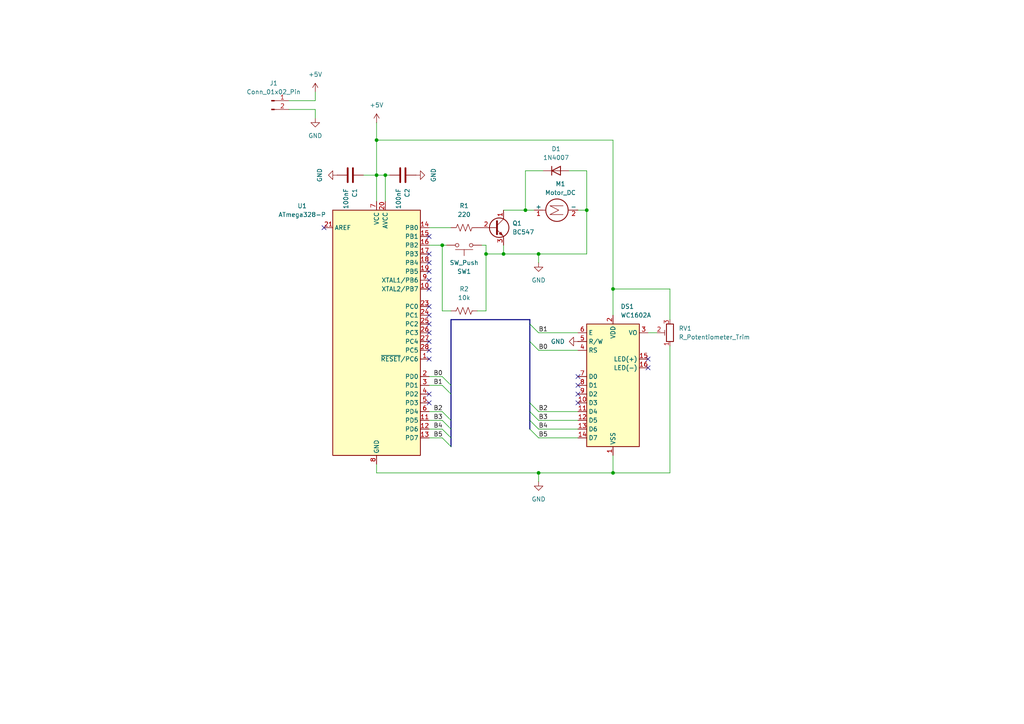
<source format=kicad_sch>
(kicad_sch (version 20231120) (generator "eeschema") (generator_version "8.0")
  (paper "A4")
  (lib_symbols
    (symbol "Connector:Conn_01x02_Pin" (pin_names (offset 1.016) hide)
      (property "Reference" "J" (at 0 2.54 0))
      (property "Value" "Conn_01x02_Pin" (at 0 -5.08 0))
      (symbol "Conn_01x02_Pin_1_1"
        (polyline (pts (xy 1.27 -2.54) (xy 0.8636 -2.54)) (stroke (width 0.1524)))
        (polyline (pts (xy 1.27 0) (xy 0.8636 0)) (stroke (width 0.1524)))
        (rectangle (start 0.8636 -2.413) (end 0 -2.667) (stroke (width 0.1524)) (fill (type outline)))
        (rectangle (start 0.8636 0.127) (end 0 -0.127) (stroke (width 0.1524)) (fill (type outline)))
        (pin passive line (at 5.08 0 180) (length 3.81) (name "Pin_1") (number "1"))
        (pin passive line (at 5.08 -2.54 180) (length 3.81) (name "Pin_2") (number "2"))
      )
    )
    (symbol "Device:C" (pin_numbers hide) (pin_names (offset 0.254))
      (property "Reference" "C" (at 0.635 2.54 0))
      (property "Value" "C" (at 0.635 -2.54 0))
      (symbol "C_0_1"
        (polyline (pts (xy -2.032 -0.762) (xy 2.032 -0.762)) (stroke (width 0.508)))
        (polyline (pts (xy -2.032 0.762) (xy 2.032 0.762)) (stroke (width 0.508)))
      )
      (symbol "C_1_1"
        (pin passive line (at 0 3.81 270) (length 2.794) (name "~") (number "1"))
        (pin passive line (at 0 -3.81 90) (length 2.794) (name "~") (number "2"))
      )
    )
    (symbol "Device:R_Potentiometer_Trim" (pin_names (offset 1.016) hide)
      (property "Reference" "RV" (at -4.445 0 90))
      (property "Value" "R_Potentiometer_Trim" (at -2.54 0 90))
      (symbol "R_Potentiometer_Trim_0_1"
        (polyline (pts (xy 1.524 0.762) (xy 1.524 -0.762)))
        (polyline (pts (xy 2.54 0) (xy 1.524 0)))
        (rectangle (start 1.016 2.54) (end -1.016 -2.54) (stroke (width 0.254)))
      )
      (symbol "R_Potentiometer_Trim_1_1"
        (pin passive line (at 0 3.81 270) (length 1.27) (name "1") (number "1"))
        (pin passive line (at 3.81 0 180) (length 1.27) (name "2") (number "2"))
        (pin passive line (at 0 -3.81 90) (length 1.27) (name "3") (number "3"))
      )
    )
    (symbol "Device:R_US" (pin_numbers hide) (pin_names (offset 0))
      (property "Reference" "R" (at 2.54 0 90))
      (property "Value" "R_US" (at -2.54 0 90))
      (symbol "R_US_0_1"
        (polyline (pts (xy 0 -2.286) (xy 0 -2.54)))
        (polyline (pts (xy 0 2.286) (xy 0 2.54)))
        (polyline (pts (xy 0 -0.762) (xy 1.016 -1.143) (xy 0 -1.524) (xy -1.016 -1.905) (xy 0 -2.286)))
        (polyline (pts (xy 0 0.762) (xy 1.016 0.381) (xy 0 0) (xy -1.016 -0.381) (xy 0 -0.762)))
        (polyline (pts (xy 0 2.286) (xy 1.016 1.905) (xy 0 1.524) (xy -1.016 1.143) (xy 0 0.762)))
      )
      (symbol "R_US_1_1"
        (pin passive line (at 0 3.81 270) (length 1.27) (name "~") (number "1"))
        (pin passive line (at 0 -3.81 90) (length 1.27) (name "~") (number "2"))
      )
    )
    (symbol "Diode:1N4007" (pin_numbers hide) (pin_names hide)
      (property "Reference" "D" (at 0 2.54 0))
      (property "Value" "1N4007" (at 0 -2.54 0))
      (symbol "1N4007_0_1"
        (polyline (pts (xy -1.27 1.27) (xy -1.27 -1.27)) (stroke (width 0.254)))
        (polyline (pts (xy 1.27 0) (xy -1.27 0)))
        (polyline (pts (xy 1.27 1.27) (xy 1.27 -1.27) (xy -1.27 0) (xy 1.27 1.27)) (stroke (width 0.254)))
      )
      (symbol "1N4007_1_1"
        (pin passive line (at -3.81 0 0) (length 2.54) (name "K") (number "1"))
        (pin passive line (at 3.81 0 180) (length 2.54) (name "A") (number "2"))
      )
    )
    (symbol "Display_Character:WC1602A"
      (property "Reference" "DS" (at -5.842 19.05 0))
      (property "Value" "WC1602A" (at 5.334 19.05 0))
      (symbol "WC1602A_1_1"
        (rectangle (start -7.62 17.78) (end 7.62 -17.78) (stroke (width 0.254)) (fill (type background)))
        (pin power_in line (at 0 -20.32 90) (length 2.54) (name "VSS") (number "1"))
        (pin input line (at -10.16 -5.08 0) (length 2.54) (name "D3") (number "10"))
        (pin input line (at -10.16 -7.62 0) (length 2.54) (name "D4") (number "11"))
        (pin input line (at -10.16 -10.16 0) (length 2.54) (name "D5") (number "12"))
        (pin input line (at -10.16 -12.7 0) (length 2.54) (name "D6") (number "13"))
        (pin input line (at -10.16 -15.24 0) (length 2.54) (name "D7") (number "14"))
        (pin power_in line (at 10.16 7.62 180) (length 2.54) (name "LED(+)") (number "15"))
        (pin power_in line (at 10.16 5.08 180) (length 2.54) (name "LED(-)") (number "16"))
        (pin power_in line (at 0 20.32 270) (length 2.54) (name "VDD") (number "2"))
        (pin input line (at 10.16 15.24 180) (length 2.54) (name "VO") (number "3"))
        (pin input line (at -10.16 10.16 0) (length 2.54) (name "RS") (number "4"))
        (pin input line (at -10.16 12.7 0) (length 2.54) (name "R/W") (number "5"))
        (pin input line (at -10.16 15.24 0) (length 2.54) (name "E") (number "6"))
        (pin input line (at -10.16 2.54 0) (length 2.54) (name "D0") (number "7"))
        (pin input line (at -10.16 0 0) (length 2.54) (name "D1") (number "8"))
        (pin input line (at -10.16 -2.54 0) (length 2.54) (name "D2") (number "9"))
      )
    )
    (symbol "MCU_Microchip_ATmega:ATmega328-P"
      (property "Reference" "U" (at -12.7 36.83 0))
      (property "Value" "ATmega328-P" (at 2.54 -36.83 0))
      (symbol "ATmega328-P_0_1"
        (rectangle (start -12.7 -35.56) (end 12.7 35.56) (stroke (width 0.254)) (fill (type background)))
      )
      (symbol "ATmega328-P_1_1"
        (pin bidirectional line (at 15.24 -7.62 180) (length 2.54) (name "~{RESET}/PC6") (number "1"))
        (pin bidirectional line (at 15.24 12.7 180) (length 2.54) (name "XTAL2/PB7") (number "10"))
        (pin bidirectional line (at 15.24 -25.4 180) (length 2.54) (name "PD5") (number "11"))
        (pin bidirectional line (at 15.24 -27.94 180) (length 2.54) (name "PD6") (number "12"))
        (pin bidirectional line (at 15.24 -30.48 180) (length 2.54) (name "PD7") (number "13"))
        (pin bidirectional line (at 15.24 30.48 180) (length 2.54) (name "PB0") (number "14"))
        (pin bidirectional line (at 15.24 27.94 180) (length 2.54) (name "PB1") (number "15"))
        (pin bidirectional line (at 15.24 25.4 180) (length 2.54) (name "PB2") (number "16"))
        (pin bidirectional line (at 15.24 22.86 180) (length 2.54) (name "PB3") (number "17"))
        (pin bidirectional line (at 15.24 20.32 180) (length 2.54) (name "PB4") (number "18"))
        (pin bidirectional line (at 15.24 17.78 180) (length 2.54) (name "PB5") (number "19"))
        (pin bidirectional line (at 15.24 -12.7 180) (length 2.54) (name "PD0") (number "2"))
        (pin power_in line (at 2.54 38.1 270) (length 2.54) (name "AVCC") (number "20"))
        (pin passive line (at -15.24 30.48 0) (length 2.54) (name "AREF") (number "21"))
        (pin passive line (at 0 -38.1 90) (length 2.54) hide (name "GND") (number "22"))
        (pin bidirectional line (at 15.24 7.62 180) (length 2.54) (name "PC0") (number "23"))
        (pin bidirectional line (at 15.24 5.08 180) (length 2.54) (name "PC1") (number "24"))
        (pin bidirectional line (at 15.24 2.54 180) (length 2.54) (name "PC2") (number "25"))
        (pin bidirectional line (at 15.24 0 180) (length 2.54) (name "PC3") (number "26"))
        (pin bidirectional line (at 15.24 -2.54 180) (length 2.54) (name "PC4") (number "27"))
        (pin bidirectional line (at 15.24 -5.08 180) (length 2.54) (name "PC5") (number "28"))
        (pin bidirectional line (at 15.24 -15.24 180) (length 2.54) (name "PD1") (number "3"))
        (pin bidirectional line (at 15.24 -17.78 180) (length 2.54) (name "PD2") (number "4"))
        (pin bidirectional line (at 15.24 -20.32 180) (length 2.54) (name "PD3") (number "5"))
        (pin bidirectional line (at 15.24 -22.86 180) (length 2.54) (name "PD4") (number "6"))
        (pin power_in line (at 0 38.1 270) (length 2.54) (name "VCC") (number "7"))
        (pin power_in line (at 0 -38.1 90) (length 2.54) (name "GND") (number "8"))
        (pin bidirectional line (at 15.24 15.24 180) (length 2.54) (name "XTAL1/PB6") (number "9"))
      )
    )
    (symbol "Motor:Motor_DC" (pin_names (offset 0))
      (property "Reference" "M" (at 2.54 2.54 0))
      (property "Value" "Motor_DC" (at 2.54 -5.08 0))
      (symbol "Motor_DC_0_0"
        (polyline (pts (xy -1.27 -3.302) (xy -1.27 0.508) (xy 0 -2.032) (xy 1.27 0.508) (xy 1.27 -3.302)))
      )
      (symbol "Motor_DC_0_1"
        (circle (center 0 -1.524) (radius 3.2512) (stroke (width 0.254)))
        (polyline (pts (xy 0 -7.62) (xy 0 -7.112)))
        (polyline (pts (xy 0 -4.7752) (xy 0 -5.1816)))
        (polyline (pts (xy 0 1.7272) (xy 0 2.0828)))
        (polyline (pts (xy 0 2.032) (xy 0 2.54)))
      )
      (symbol "Motor_DC_1_1"
        (pin passive line (at 0 5.08 270) (length 2.54) (name "+") (number "1"))
        (pin passive line (at 0 -7.62 90) (length 2.54) (name "-") (number "2"))
      )
    )
    (symbol "Switch:SW_Push" (pin_numbers hide) (pin_names (offset 1.016) hide)
      (property "Reference" "SW" (at 1.27 2.54 0))
      (property "Value" "SW_Push" (at 0 -1.524 0))
      (symbol "SW_Push_0_1"
        (circle (center -2.032 0) (radius 0.508))
        (polyline (pts (xy 0 1.27) (xy 0 3.048)))
        (polyline (pts (xy 2.54 1.27) (xy -2.54 1.27)))
        (circle (center 2.032 0) (radius 0.508))
        (pin passive line (at -5.08 0 0) (length 2.54) (name "1") (number "1"))
        (pin passive line (at 5.08 0 180) (length 2.54) (name "2") (number "2"))
      )
    )
    (symbol "Transistor_BJT:BC547" (pin_names (offset 0) hide)
      (property "Reference" "Q" (at 5.08 1.905 0))
      (property "Value" "BC547" (at 5.08 0 0))
      (symbol "BC547_0_1"
        (polyline (pts (xy 0 0) (xy 0.635 0)))
        (polyline (pts (xy 0.635 0.635) (xy 2.54 2.54)))
        (polyline (pts (xy 0.635 -0.635) (xy 2.54 -2.54) (xy 2.54 -2.54)))
        (polyline (pts (xy 0.635 1.905) (xy 0.635 -1.905) (xy 0.635 -1.905)) (stroke (width 0.508)))
        (polyline (pts (xy 1.27 -1.778) (xy 1.778 -1.27) (xy 2.286 -2.286) (xy 1.27 -1.778) (xy 1.27 -1.778)) (fill (type outline)))
        (circle (center 1.27 0) (radius 2.8194) (stroke (width 0.254)))
      )
      (symbol "BC547_1_1"
        (pin passive line (at 2.54 5.08 270) (length 2.54) (name "C") (number "1"))
        (pin input line (at -5.08 0 0) (length 5.08) (name "B") (number "2"))
        (pin passive line (at 2.54 -5.08 90) (length 2.54) (name "E") (number "3"))
      )
    )
    (symbol "power:GND" (power) (pin_numbers hide) (pin_names (offset 0) hide)
      (property "Value" "GND" (at 0 -3.81 0))
      (symbol "GND_0_1"
        (polyline (pts (xy 0 0) (xy 0 -1.27) (xy 1.27 -1.27) (xy 0 -2.54) (xy -1.27 -1.27) (xy 0 -1.27)))
      )
      (symbol "GND_1_1"
        (pin power_in line (at 0 0 270) (length 0) (name "~") (number "1"))
      )
    )
    (symbol "power:VCC" (power) (pin_numbers hide) (pin_names (offset 0) hide)
      (property "Value" "VCC" (at 0 3.556 0))
      (symbol "VCC_0_1"
        (polyline (pts (xy -0.762 1.27) (xy 0 2.54)))
        (polyline (pts (xy 0 0) (xy 0 2.54)))
        (polyline (pts (xy 0 2.54) (xy 0.762 1.27)))
      )
      (symbol "VCC_1_1"
        (pin power_in line (at 0 0 90) (length 0) (name "~") (number "1"))
      )
    )
  )
  (junction (at 156.21 73.66))
  (junction (at 128.27 71.12))
  (junction (at 111.76 50.8))
  (junction (at 156.21 137.16))
  (junction (at 109.22 40.64))
  (junction (at 177.8 137.16))
  (junction (at 177.8 83.82))
  (junction (at 109.22 50.8))
  (junction (at 170.18 60.96))
  (junction (at 140.97 73.66))
  (junction (at 146.05 73.66))
  (junction (at 152.4 60.96))
  (no_connect (at 124.46 68.58))
  (no_connect (at 124.46 81.28))
  (no_connect (at 124.46 76.2))
  (no_connect (at 124.46 114.3))
  (no_connect (at 167.64 109.22))
  (no_connect (at 124.46 93.98))
  (no_connect (at 124.46 73.66))
  (no_connect (at 187.96 106.68))
  (no_connect (at 124.46 96.52))
  (no_connect (at 167.64 116.84))
  (no_connect (at 124.46 104.14))
  (no_connect (at 124.46 78.74))
  (no_connect (at 124.46 116.84))
  (no_connect (at 124.46 88.9))
  (no_connect (at 187.96 104.14))
  (no_connect (at 124.46 101.6))
  (no_connect (at 124.46 83.82))
  (no_connect (at 124.46 91.44))
  (no_connect (at 167.64 114.3))
  (no_connect (at 93.98 66.04))
  (no_connect (at 124.46 99.06))
  (no_connect (at 167.64 111.76))
  (bus_entry (at 128.27 127) (size 2.54 2.54))
  (bus_entry (at 128.27 121.92) (size 2.54 2.54))
  (bus_entry (at 156.21 124.46) (size -2.54 -2.54))
  (bus_entry (at 156.21 121.92) (size -2.54 -2.54))
  (bus_entry (at 128.27 119.38) (size 2.54 2.54))
  (bus_entry (at 156.21 101.6) (size -2.54 -2.54))
  (bus_entry (at 128.27 124.46) (size 2.54 2.54))
  (bus_entry (at 128.27 109.22) (size 2.54 2.54))
  (bus_entry (at 156.21 96.52) (size -2.54 -2.54))
  (bus_entry (at 156.21 127) (size -2.54 -2.54))
  (bus_entry (at 156.21 119.38) (size -2.54 -2.54))
  (bus_entry (at 128.27 111.76) (size 2.54 2.54))
  (wire (pts (xy 105.41 50.8) (xy 109.22 50.8)))
  (wire (pts (xy 157.48 49.53) (xy 152.4 49.53)))
  (wire (pts (xy 124.46 127) (xy 128.27 127)))
  (wire (pts (xy 177.8 40.64) (xy 177.8 83.82)))
  (bus (pts (xy 153.67 99.06) (xy 153.67 116.84)))
  (wire (pts (xy 170.18 49.53) (xy 170.18 60.96)))
  (wire (pts (xy 167.64 121.92) (xy 156.21 121.92)))
  (wire (pts (xy 124.46 119.38) (xy 128.27 119.38)))
  (wire (pts (xy 156.21 137.16) (xy 109.22 137.16)))
  (wire (pts (xy 177.8 132.08) (xy 177.8 137.16)))
  (wire (pts (xy 167.64 127) (xy 156.21 127)))
  (bus (pts (xy 130.81 92.71) (xy 130.81 111.76)))
  (wire (pts (xy 167.64 124.46) (xy 156.21 124.46)))
  (bus (pts (xy 130.81 124.46) (xy 130.81 127)))
  (bus (pts (xy 130.81 127) (xy 130.81 129.54)))
  (wire (pts (xy 128.27 111.76) (xy 124.46 111.76)))
  (wire (pts (xy 111.76 50.8) (xy 113.03 50.8)))
  (wire (pts (xy 83.82 31.75) (xy 91.44 31.75)))
  (wire (pts (xy 146.05 60.96) (xy 152.4 60.96)))
  (wire (pts (xy 128.27 71.12) (xy 124.46 71.12)))
  (wire (pts (xy 156.21 101.6) (xy 167.64 101.6)))
  (wire (pts (xy 138.43 90.17) (xy 140.97 90.17)))
  (wire (pts (xy 152.4 60.96) (xy 154.94 60.96)))
  (wire (pts (xy 156.21 137.16) (xy 177.8 137.16)))
  (wire (pts (xy 130.81 90.17) (xy 128.27 90.17)))
  (wire (pts (xy 194.31 92.71) (xy 194.31 83.82)))
  (bus (pts (xy 130.81 121.92) (xy 130.81 124.46)))
  (wire (pts (xy 124.46 121.92) (xy 128.27 121.92)))
  (wire (pts (xy 91.44 31.75) (xy 91.44 34.29)))
  (wire (pts (xy 177.8 83.82) (xy 177.8 91.44)))
  (wire (pts (xy 109.22 40.64) (xy 109.22 50.8)))
  (wire (pts (xy 146.05 73.66) (xy 156.21 73.66)))
  (wire (pts (xy 140.97 90.17) (xy 140.97 73.66)))
  (bus (pts (xy 153.67 121.92) (xy 153.67 124.46)))
  (wire (pts (xy 156.21 96.52) (xy 167.64 96.52)))
  (wire (pts (xy 140.97 71.12) (xy 139.7 71.12)))
  (wire (pts (xy 156.21 73.66) (xy 156.21 76.2)))
  (bus (pts (xy 153.67 93.98) (xy 153.67 99.06)))
  (wire (pts (xy 109.22 134.62) (xy 109.22 137.16)))
  (wire (pts (xy 177.8 40.64) (xy 109.22 40.64)))
  (wire (pts (xy 124.46 66.04) (xy 130.81 66.04)))
  (wire (pts (xy 190.5 96.52) (xy 187.96 96.52)))
  (wire (pts (xy 156.21 73.66) (xy 170.18 73.66)))
  (wire (pts (xy 146.05 73.66) (xy 146.05 71.12)))
  (wire (pts (xy 109.22 35.56) (xy 109.22 40.64)))
  (bus (pts (xy 153.67 119.38) (xy 153.67 121.92)))
  (wire (pts (xy 194.31 100.33) (xy 194.31 137.16)))
  (wire (pts (xy 170.18 60.96) (xy 167.64 60.96)))
  (bus (pts (xy 130.81 114.3) (xy 130.81 121.92)))
  (bus (pts (xy 153.67 92.71) (xy 153.67 93.98)))
  (wire (pts (xy 165.1 49.53) (xy 170.18 49.53)))
  (wire (pts (xy 111.76 58.42) (xy 111.76 50.8)))
  (wire (pts (xy 194.31 83.82) (xy 177.8 83.82)))
  (wire (pts (xy 156.21 137.16) (xy 156.21 139.7)))
  (bus (pts (xy 130.81 111.76) (xy 130.81 114.3)))
  (bus (pts (xy 130.81 92.71) (xy 153.67 92.71)))
  (wire (pts (xy 124.46 109.22) (xy 128.27 109.22)))
  (wire (pts (xy 109.22 50.8) (xy 111.76 50.8)))
  (wire (pts (xy 194.31 137.16) (xy 177.8 137.16)))
  (wire (pts (xy 170.18 60.96) (xy 170.18 73.66)))
  (wire (pts (xy 128.27 71.12) (xy 128.27 90.17)))
  (wire (pts (xy 152.4 49.53) (xy 152.4 60.96)))
  (bus (pts (xy 153.67 116.84) (xy 153.67 119.38)))
  (wire (pts (xy 83.82 29.21) (xy 91.44 29.21)))
  (wire (pts (xy 129.54 71.12) (xy 128.27 71.12)))
  (wire (pts (xy 91.44 29.21) (xy 91.44 26.67)))
  (wire (pts (xy 140.97 73.66) (xy 146.05 73.66)))
  (wire (pts (xy 124.46 124.46) (xy 128.27 124.46)))
  (wire (pts (xy 167.64 119.38) (xy 156.21 119.38)))
  (wire (pts (xy 140.97 73.66) (xy 140.97 71.12)))
  (wire (pts (xy 109.22 50.8) (xy 109.22 58.42)))
  (label "B4" (at 125.73 124.46 0))
  (label "B3" (at 125.73 121.92 0))
  (label "B1" (at 125.73 111.76 0))
  (label "B3" (at 156.21 121.92 0))
  (label "B2" (at 125.73 119.38 0))
  (label "B5" (at 125.73 127 0))
  (label "B1" (at 156.21 96.52 0))
  (label "B0" (at 156.21 101.6 0))
  (label "B5" (at 156.21 127 0))
  (label "B0" (at 125.73 109.22 0))
  (label "B4" (at 156.21 124.46 0))
  (label "B2" (at 156.21 119.38 0))
  (symbol (lib_id "power:GND") (at 120.65 50.8 90) (unit 1)
    (property "Reference" "#PWR06" (effects (hide yes)))
    (property "Value" "GND" (at 125.73 50.8 0))
    (property "Description" "Power symbol creates a global label with name \"GND\" , ground" (effects (hide yes)))
  )
  (symbol (lib_id "Transistor_BJT:BC547") (at 143.51 66.04 0) (unit 1)
    (property "Reference" "Q1" (at 148.59 64.7699 0) (effects (justify left)))
    (property "Value" "BC547" (at 148.59 67.3099 0) (effects (justify left)))
    (property "Footprint" "Package_TO_SOT_THT:TO-92_Inline" (effects (hide yes)))
    (property "Datasheet" "https://www.onsemi.com/pub/Collateral/BC550-D.pdf" (effects (hide yes)))
    (property "Description" "0.1A Ic, 45V Vce, Small Signal NPN Transistor, TO-92" (effects (hide yes)))
  )
  (symbol (lib_id "Device:C") (at 116.84 50.8 270) (unit 1)
    (property "Reference" "C2" (at 118.1101 54.61 0) (effects (justify left)))
    (property "Value" "100nF" (at 115.5701 54.61 0) (effects (justify left)))
    (property "Footprint" "Capacitor_THT:C_Radial_D4.0mm_H5.0mm_P1.50mm" (effects (hide yes)))
    (property "Description" "Unpolarized capacitor" (effects (hide yes)))
  )
  (symbol (lib_id "Motor:Motor_DC") (at 160.02 60.96 90) (unit 1)
    (property "Reference" "M1" (at 162.56 53.34 90))
    (property "Value" "Motor_DC" (at 162.56 55.88 90))
    (property "Footprint" "Connector_PinHeader_2.54mm:PinHeader_1x02_P2.54mm_Horizontal" (effects (hide yes)))
    (property "Description" "DC Motor" (effects (hide yes)))
  )
  (symbol (lib_id "Device:R_US") (at 134.62 66.04 90) (unit 1)
    (property "Reference" "R1" (at 134.62 59.69 90))
    (property "Value" "220" (at 134.62 62.23 90))
    (property "Footprint" "Resistor_SMD:R_1206_3216Metric" (effects (hide yes)))
    (property "Description" "Resistor, US symbol" (effects (hide yes)))
  )
  (symbol (lib_id "Switch:SW_Push") (at 134.62 71.12 180) (unit 1)
    (property "Reference" "SW1" (at 134.62 78.74 0))
    (property "Value" "SW_Push" (at 134.62 76.2 0))
    (property "Footprint" "Button_Switch_SMD:SW_Push_1P1T_NO_CK_PTS125Sx43PSMTR" (effects (hide yes)))
    (property "Description" "Push button switch, generic, two pins" (effects (hide yes)))
  )
  (symbol (lib_id "Connector:Conn_01x02_Pin") (at 78.74 29.21 0) (unit 1)
    (property "Reference" "J1" (at 79.375 24.13 0))
    (property "Value" "Conn_01x02_Pin" (at 79.375 26.67 0))
    (property "Footprint" "Connector_Molex:Molex_KK-254_AE-6410-02A_1x02_P2.54mm_Vertical" (effects (hide yes)))
    (property "Description" "Generic connector, single row, 01x02, script generated" (effects (hide yes)))
  )
  (symbol (lib_id "power:GND") (at 97.79 50.8 270) (unit 1)
    (property "Reference" "#PWR05" (effects (hide yes)))
    (property "Value" "GND" (at 92.71 50.8 0))
    (property "Description" "Power symbol creates a global label with name \"GND\" , ground" (effects (hide yes)))
  )
  (symbol (lib_id "power:GND") (at 91.44 34.29 0) (unit 1)
    (property "Reference" "#PWR08" (effects (hide yes)))
    (property "Value" "GND" (at 91.44 39.37 0))
    (property "Description" "Power symbol creates a global label with name \"GND\" , ground" (effects (hide yes)))
  )
  (symbol (lib_id "power:GND") (at 156.21 76.2 0) (unit 1)
    (property "Reference" "#PWR03" (effects (hide yes)))
    (property "Value" "GND" (at 156.21 81.28 0))
    (property "Description" "Power symbol creates a global label with name \"GND\" , ground" (effects (hide yes)))
  )
  (symbol (lib_id "Diode:1N4007") (at 161.29 49.53 0) (unit 1)
    (property "Reference" "D1" (at 161.29 43.18 0))
    (property "Value" "1N4007" (at 161.29 45.72 0))
    (property "Footprint" "Diode_THT:D_DO-41_SOD81_P10.16mm_Horizontal" (effects (hide yes)))
    (property "Datasheet" "http://www.vishay.com/docs/88503/1n4001.pdf" (effects (hide yes)))
    (property "Description" "1000V 1A General Purpose Rectifier Diode, DO-41" (effects (hide yes)))
    (property "Sim.Device" "D" (effects (hide yes)))
    (property "Sim.Pins" "1=K 2=A" (effects (hide yes)))
  )
  (symbol (lib_id "power:GND") (at 167.64 99.06 270) (unit 1)
    (property "Reference" "#PWR04" (effects (hide yes)))
    (property "Value" "GND" (at 163.83 99.0599 90) (effects (justify right)))
    (property "Description" "Power symbol creates a global label with name \"GND\" , ground" (effects (hide yes)))
  )
  (symbol (lib_id "Device:R_Potentiometer_Trim") (at 194.31 96.52 180) (unit 1)
    (property "Reference" "RV1" (at 196.85 95.2499 0) (effects (justify right)))
    (property "Value" "R_Potentiometer_Trim" (at 196.85 97.7899 0) (effects (justify right)))
    (property "Footprint" "Potentiometer_SMD:Potentiometer_ACP_CA6-VSMD_Vertical" (effects (hide yes)))
    (property "Description" "Trim-potentiometer" (effects (hide yes)))
  )
  (symbol (lib_id "Device:R_US") (at 134.62 90.17 90) (unit 1)
    (property "Reference" "R2" (at 134.62 83.82 90))
    (property "Value" "10k" (at 134.62 86.36 90))
    (property "Footprint" "Resistor_SMD:R_1206_3216Metric" (effects (hide yes)))
    (property "Description" "Resistor, US symbol" (effects (hide yes)))
  )
  (symbol (lib_id "Display_Character:WC1602A") (at 177.8 111.76 0) (unit 1)
    (property "Reference" "DS1" (at 179.9941 88.9 0) (effects (justify left)))
    (property "Value" "WC1602A" (at 179.9941 91.44 0) (effects (justify left)))
    (property "Footprint" "Display:WC1602A" (effects (hide yes)))
    (property "Datasheet" "http://www.wincomlcd.com/pdf/WC1602A-SFYLYHTC06.pdf" (effects (hide yes)))
    (property "Description" "LCD 16x2 Alphanumeric , 8 bit parallel bus, 5V VDD" (effects (hide yes)))
  )
  (symbol (lib_id "power:VCC") (at 91.44 26.67 0) (unit 1)
    (property "Reference" "#PWR07" (effects (hide yes)))
    (property "Value" "+5V" (at 91.44 21.59 0))
    (property "Description" "Power symbol creates a global label with name \"VCC\"" (effects (hide yes)))
  )
  (symbol (lib_id "power:VCC") (at 109.22 35.56 0) (unit 1)
    (property "Reference" "#PWR01" (effects (hide yes)))
    (property "Value" "+5V" (at 109.22 30.48 0))
    (property "Description" "Power symbol creates a global label with name \"VCC\"" (effects (hide yes)))
  )
  (symbol (lib_id "Device:C") (at 101.6 50.8 270) (unit 1)
    (property "Reference" "C1" (at 102.8701 54.61 0) (effects (justify left)))
    (property "Value" "100nF" (at 100.3301 54.61 0) (effects (justify left)))
    (property "Footprint" "Capacitor_THT:C_Radial_D4.0mm_H5.0mm_P1.50mm" (effects (hide yes)))
    (property "Description" "Unpolarized capacitor" (effects (hide yes)))
  )
  (symbol (lib_id "MCU_Microchip_ATmega:ATmega328-P") (at 109.22 96.52 0) (unit 1)
    (property "Reference" "U1" (at 87.63 59.7214 0))
    (property "Value" "ATmega328-P" (at 87.63 62.2614 0))
    (property "Footprint" "Package_DIP:DIP-28_W7.62mm" (effects (hide yes)))
    (property "Datasheet" "http://ww1.microchip.com/downloads/en/DeviceDoc/ATmega328_P%20AVR%20MCU%20with%20picoPower%20Technology%20Data%20Sheet%2040001984A.pdf" (effects (hide yes)))
    (property "Description" "20MHz, 32kB Flash, 2kB SRAM, 1kB EEPROM, DIP-28" (effects (hide yes)))
  )
  (symbol (lib_id "power:GND") (at 156.21 139.7 0) (unit 1)
    (property "Reference" "#PWR02" (effects (hide yes)))
    (property "Value" "GND" (at 156.21 144.78 0))
    (property "Description" "Power symbol creates a global label with name \"GND\" , ground" (effects (hide yes)))
  )
)
</source>
